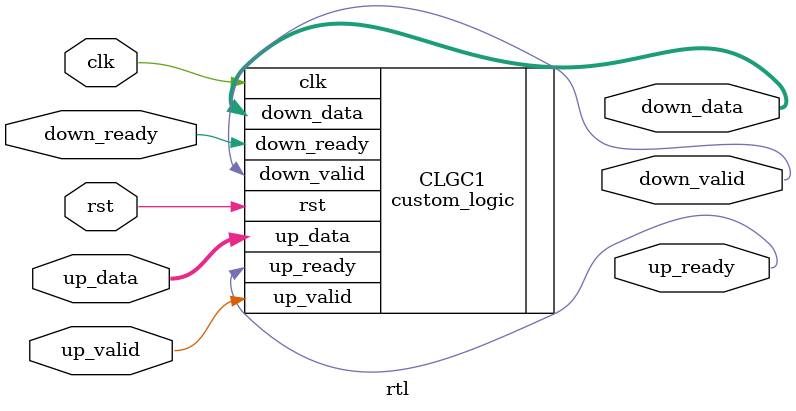
<source format=sv>

module rtl #(parameter D_WIDTH = 6, A_WIDTH = 2)
(
input                   clk,
input                   rst,
input  [(D_WIDTH-1):0]  up_data,
input                   up_valid,
output                  up_ready,
output [(D_WIDTH-1):0]  down_data,
output                  down_valid,
input                   down_ready
);

custom_logic # (.D_WIDTH (D_WIDTH))
CLGC1
(       .clk(clk),
        .rst(rst),
        .up_data(up_data),
        .up_valid(up_valid),
        .up_ready(up_ready),
        .down_data(down_data),
        .down_valid(down_valid),
        .down_ready(down_ready));

endmodule

</source>
